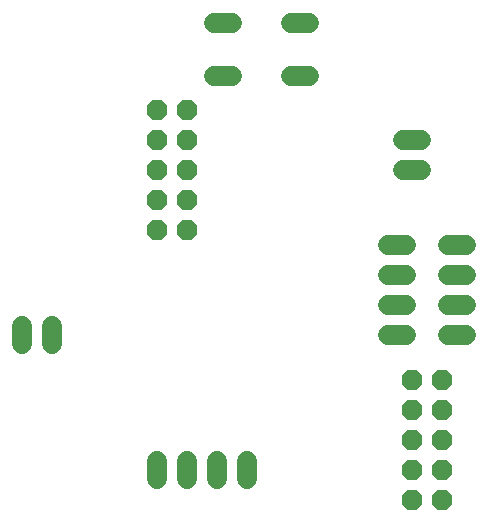
<source format=gbr>
G04 EAGLE Gerber RS-274X export*
G75*
%MOMM*%
%FSLAX34Y34*%
%LPD*%
%INSoldermask Bottom*%
%IPPOS*%
%AMOC8*
5,1,8,0,0,1.08239X$1,22.5*%
G01*
%ADD10P,1.869504X8X112.500000*%
%ADD11C,1.727200*%
%ADD12P,1.869504X8X292.500000*%


D10*
X736600Y647700D03*
X711200Y647700D03*
X736600Y673100D03*
X711200Y673100D03*
X736600Y698500D03*
X711200Y698500D03*
X736600Y723900D03*
X711200Y723900D03*
X736600Y749300D03*
X711200Y749300D03*
D11*
X596900Y566420D02*
X596900Y551180D01*
X622300Y551180D02*
X622300Y566420D01*
X919480Y698500D02*
X934720Y698500D01*
X934720Y723900D02*
X919480Y723900D01*
X787400Y452120D02*
X787400Y436880D01*
X762000Y436880D02*
X762000Y452120D01*
X736600Y452120D02*
X736600Y436880D01*
X711200Y436880D02*
X711200Y452120D01*
X906780Y635000D02*
X922020Y635000D01*
X922020Y609600D02*
X906780Y609600D01*
X906780Y584200D02*
X922020Y584200D01*
X922020Y558800D02*
X906780Y558800D01*
X957580Y635000D02*
X972820Y635000D01*
X972820Y609600D02*
X957580Y609600D01*
X957580Y584200D02*
X972820Y584200D01*
X972820Y558800D02*
X957580Y558800D01*
D12*
X927100Y520700D03*
X952500Y520700D03*
X927100Y495300D03*
X952500Y495300D03*
X927100Y469900D03*
X952500Y469900D03*
X927100Y444500D03*
X952500Y444500D03*
X927100Y419100D03*
X952500Y419100D03*
D11*
X840232Y777494D02*
X824992Y777494D01*
X824992Y822706D02*
X840232Y822706D01*
X775208Y777494D02*
X759968Y777494D01*
X759968Y822706D02*
X775208Y822706D01*
M02*

</source>
